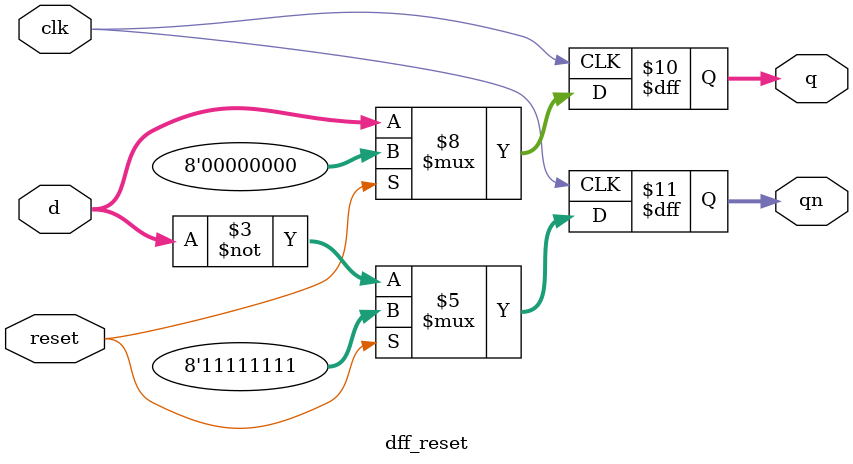
<source format=v>
module dff_reset ( // 8 bit D flip-flop
    input clk,
    input reset, // input areset, // Asynchronous reset
    input [7:0] d,
    output reg [7:0] q,
    output reg [7:0] qn
);

    always @(posedge clk) begin
        if (reset == 0) begin   // Synchronous reset
           q <= d;
           qn <= ~d;
        end
       	else begin  // reset == 1
           q <= 0; 
           qn <= 8'hFF;
        end 
    end

    /* Asynchronous reset version
    always @(posedge clk or posedge areset) begin
        if (areset == 0)
            q <= 0;
        else 
            q <= d;
    end
    */

endmodule

</source>
